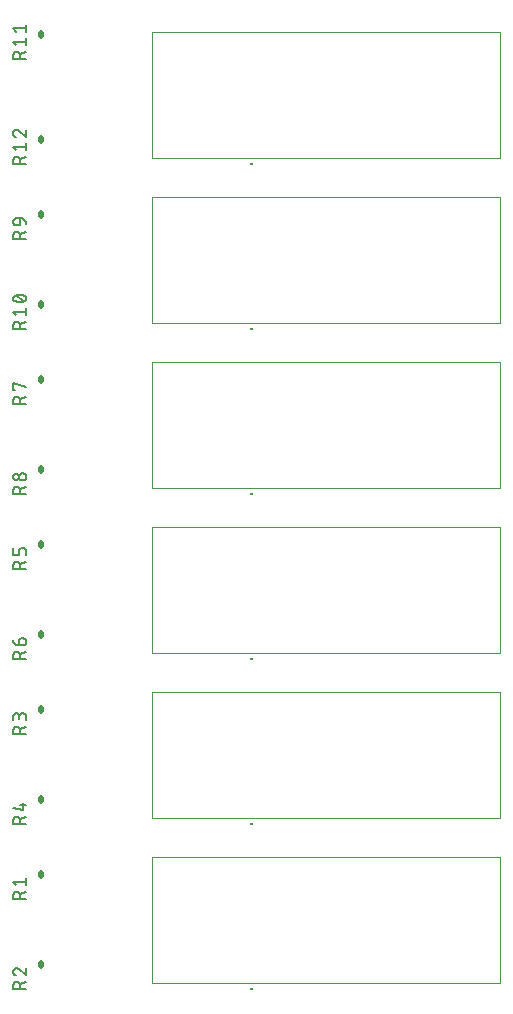
<source format=gbr>
G04 EAGLE Gerber RS-274X export*
G75*
%MOMM*%
%FSLAX34Y34*%
%LPD*%
%INSilkscreen Top*%
%IPPOS*%
%AMOC8*
5,1,8,0,0,1.08239X$1,22.5*%
G01*
%ADD10C,0.100000*%
%ADD11C,0.100000*%
%ADD12C,0.508000*%
%ADD13C,0.152400*%


D10*
X386070Y218450D02*
X680720Y218450D01*
X680720Y111750D01*
X386070Y111750D01*
X386070Y218450D01*
D11*
X469900Y107100D03*
D10*
X469856Y107098D01*
X469813Y107092D01*
X469771Y107083D01*
X469729Y107070D01*
X469689Y107053D01*
X469650Y107033D01*
X469613Y107010D01*
X469579Y106983D01*
X469546Y106954D01*
X469517Y106921D01*
X469490Y106887D01*
X469467Y106850D01*
X469447Y106811D01*
X469430Y106771D01*
X469417Y106729D01*
X469408Y106687D01*
X469402Y106644D01*
X469400Y106600D01*
X469402Y106556D01*
X469408Y106513D01*
X469417Y106471D01*
X469430Y106429D01*
X469447Y106389D01*
X469467Y106350D01*
X469490Y106313D01*
X469517Y106279D01*
X469546Y106246D01*
X469579Y106217D01*
X469613Y106190D01*
X469650Y106167D01*
X469689Y106147D01*
X469729Y106130D01*
X469771Y106117D01*
X469813Y106108D01*
X469856Y106102D01*
X469900Y106100D01*
D11*
X469900Y106100D03*
D10*
X469944Y106102D01*
X469987Y106108D01*
X470029Y106117D01*
X470071Y106130D01*
X470111Y106147D01*
X470150Y106167D01*
X470187Y106190D01*
X470221Y106217D01*
X470254Y106246D01*
X470283Y106279D01*
X470310Y106313D01*
X470333Y106350D01*
X470353Y106389D01*
X470370Y106429D01*
X470383Y106471D01*
X470392Y106513D01*
X470398Y106556D01*
X470400Y106600D01*
X470398Y106644D01*
X470392Y106687D01*
X470383Y106729D01*
X470370Y106771D01*
X470353Y106811D01*
X470333Y106850D01*
X470310Y106887D01*
X470283Y106921D01*
X470254Y106954D01*
X470221Y106983D01*
X470187Y107010D01*
X470150Y107033D01*
X470111Y107053D01*
X470071Y107070D01*
X470029Y107083D01*
X469987Y107092D01*
X469944Y107098D01*
X469900Y107100D01*
X386070Y358150D02*
X680720Y358150D01*
X680720Y251450D01*
X386070Y251450D01*
X386070Y358150D01*
D11*
X469900Y246800D03*
D10*
X469856Y246798D01*
X469813Y246792D01*
X469771Y246783D01*
X469729Y246770D01*
X469689Y246753D01*
X469650Y246733D01*
X469613Y246710D01*
X469579Y246683D01*
X469546Y246654D01*
X469517Y246621D01*
X469490Y246587D01*
X469467Y246550D01*
X469447Y246511D01*
X469430Y246471D01*
X469417Y246429D01*
X469408Y246387D01*
X469402Y246344D01*
X469400Y246300D01*
X469402Y246256D01*
X469408Y246213D01*
X469417Y246171D01*
X469430Y246129D01*
X469447Y246089D01*
X469467Y246050D01*
X469490Y246013D01*
X469517Y245979D01*
X469546Y245946D01*
X469579Y245917D01*
X469613Y245890D01*
X469650Y245867D01*
X469689Y245847D01*
X469729Y245830D01*
X469771Y245817D01*
X469813Y245808D01*
X469856Y245802D01*
X469900Y245800D01*
D11*
X469900Y245800D03*
D10*
X469944Y245802D01*
X469987Y245808D01*
X470029Y245817D01*
X470071Y245830D01*
X470111Y245847D01*
X470150Y245867D01*
X470187Y245890D01*
X470221Y245917D01*
X470254Y245946D01*
X470283Y245979D01*
X470310Y246013D01*
X470333Y246050D01*
X470353Y246089D01*
X470370Y246129D01*
X470383Y246171D01*
X470392Y246213D01*
X470398Y246256D01*
X470400Y246300D01*
X470398Y246344D01*
X470392Y246387D01*
X470383Y246429D01*
X470370Y246471D01*
X470353Y246511D01*
X470333Y246550D01*
X470310Y246587D01*
X470283Y246621D01*
X470254Y246654D01*
X470221Y246683D01*
X470187Y246710D01*
X470150Y246733D01*
X470111Y246753D01*
X470071Y246770D01*
X470029Y246783D01*
X469987Y246792D01*
X469944Y246798D01*
X469900Y246800D01*
X386070Y497850D02*
X680720Y497850D01*
X680720Y391150D01*
X386070Y391150D01*
X386070Y497850D01*
D11*
X469900Y386500D03*
D10*
X469856Y386498D01*
X469813Y386492D01*
X469771Y386483D01*
X469729Y386470D01*
X469689Y386453D01*
X469650Y386433D01*
X469613Y386410D01*
X469579Y386383D01*
X469546Y386354D01*
X469517Y386321D01*
X469490Y386287D01*
X469467Y386250D01*
X469447Y386211D01*
X469430Y386171D01*
X469417Y386129D01*
X469408Y386087D01*
X469402Y386044D01*
X469400Y386000D01*
X469402Y385956D01*
X469408Y385913D01*
X469417Y385871D01*
X469430Y385829D01*
X469447Y385789D01*
X469467Y385750D01*
X469490Y385713D01*
X469517Y385679D01*
X469546Y385646D01*
X469579Y385617D01*
X469613Y385590D01*
X469650Y385567D01*
X469689Y385547D01*
X469729Y385530D01*
X469771Y385517D01*
X469813Y385508D01*
X469856Y385502D01*
X469900Y385500D01*
D11*
X469900Y385500D03*
D10*
X469944Y385502D01*
X469987Y385508D01*
X470029Y385517D01*
X470071Y385530D01*
X470111Y385547D01*
X470150Y385567D01*
X470187Y385590D01*
X470221Y385617D01*
X470254Y385646D01*
X470283Y385679D01*
X470310Y385713D01*
X470333Y385750D01*
X470353Y385789D01*
X470370Y385829D01*
X470383Y385871D01*
X470392Y385913D01*
X470398Y385956D01*
X470400Y386000D01*
X470398Y386044D01*
X470392Y386087D01*
X470383Y386129D01*
X470370Y386171D01*
X470353Y386211D01*
X470333Y386250D01*
X470310Y386287D01*
X470283Y386321D01*
X470254Y386354D01*
X470221Y386383D01*
X470187Y386410D01*
X470150Y386433D01*
X470111Y386453D01*
X470071Y386470D01*
X470029Y386483D01*
X469987Y386492D01*
X469944Y386498D01*
X469900Y386500D01*
X386070Y637550D02*
X680720Y637550D01*
X680720Y530850D01*
X386070Y530850D01*
X386070Y637550D01*
D11*
X469900Y526200D03*
D10*
X469856Y526198D01*
X469813Y526192D01*
X469771Y526183D01*
X469729Y526170D01*
X469689Y526153D01*
X469650Y526133D01*
X469613Y526110D01*
X469579Y526083D01*
X469546Y526054D01*
X469517Y526021D01*
X469490Y525987D01*
X469467Y525950D01*
X469447Y525911D01*
X469430Y525871D01*
X469417Y525829D01*
X469408Y525787D01*
X469402Y525744D01*
X469400Y525700D01*
X469402Y525656D01*
X469408Y525613D01*
X469417Y525571D01*
X469430Y525529D01*
X469447Y525489D01*
X469467Y525450D01*
X469490Y525413D01*
X469517Y525379D01*
X469546Y525346D01*
X469579Y525317D01*
X469613Y525290D01*
X469650Y525267D01*
X469689Y525247D01*
X469729Y525230D01*
X469771Y525217D01*
X469813Y525208D01*
X469856Y525202D01*
X469900Y525200D01*
D11*
X469900Y525200D03*
D10*
X469944Y525202D01*
X469987Y525208D01*
X470029Y525217D01*
X470071Y525230D01*
X470111Y525247D01*
X470150Y525267D01*
X470187Y525290D01*
X470221Y525317D01*
X470254Y525346D01*
X470283Y525379D01*
X470310Y525413D01*
X470333Y525450D01*
X470353Y525489D01*
X470370Y525529D01*
X470383Y525571D01*
X470392Y525613D01*
X470398Y525656D01*
X470400Y525700D01*
X470398Y525744D01*
X470392Y525787D01*
X470383Y525829D01*
X470370Y525871D01*
X470353Y525911D01*
X470333Y525950D01*
X470310Y525987D01*
X470283Y526021D01*
X470254Y526054D01*
X470221Y526083D01*
X470187Y526110D01*
X470150Y526133D01*
X470111Y526153D01*
X470071Y526170D01*
X470029Y526183D01*
X469987Y526192D01*
X469944Y526198D01*
X469900Y526200D01*
X386070Y777250D02*
X680720Y777250D01*
X680720Y670550D01*
X386070Y670550D01*
X386070Y777250D01*
D11*
X469900Y665900D03*
D10*
X469856Y665898D01*
X469813Y665892D01*
X469771Y665883D01*
X469729Y665870D01*
X469689Y665853D01*
X469650Y665833D01*
X469613Y665810D01*
X469579Y665783D01*
X469546Y665754D01*
X469517Y665721D01*
X469490Y665687D01*
X469467Y665650D01*
X469447Y665611D01*
X469430Y665571D01*
X469417Y665529D01*
X469408Y665487D01*
X469402Y665444D01*
X469400Y665400D01*
X469402Y665356D01*
X469408Y665313D01*
X469417Y665271D01*
X469430Y665229D01*
X469447Y665189D01*
X469467Y665150D01*
X469490Y665113D01*
X469517Y665079D01*
X469546Y665046D01*
X469579Y665017D01*
X469613Y664990D01*
X469650Y664967D01*
X469689Y664947D01*
X469729Y664930D01*
X469771Y664917D01*
X469813Y664908D01*
X469856Y664902D01*
X469900Y664900D01*
D11*
X469900Y664900D03*
D10*
X469944Y664902D01*
X469987Y664908D01*
X470029Y664917D01*
X470071Y664930D01*
X470111Y664947D01*
X470150Y664967D01*
X470187Y664990D01*
X470221Y665017D01*
X470254Y665046D01*
X470283Y665079D01*
X470310Y665113D01*
X470333Y665150D01*
X470353Y665189D01*
X470370Y665229D01*
X470383Y665271D01*
X470392Y665313D01*
X470398Y665356D01*
X470400Y665400D01*
X470398Y665444D01*
X470392Y665487D01*
X470383Y665529D01*
X470370Y665571D01*
X470353Y665611D01*
X470333Y665650D01*
X470310Y665687D01*
X470283Y665721D01*
X470254Y665754D01*
X470221Y665783D01*
X470187Y665810D01*
X470150Y665833D01*
X470111Y665853D01*
X470071Y665870D01*
X470029Y665883D01*
X469987Y665892D01*
X469944Y665898D01*
X469900Y665900D01*
X386070Y916950D02*
X680720Y916950D01*
X680720Y810250D01*
X386070Y810250D01*
X386070Y916950D01*
D11*
X469900Y805600D03*
D10*
X469856Y805598D01*
X469813Y805592D01*
X469771Y805583D01*
X469729Y805570D01*
X469689Y805553D01*
X469650Y805533D01*
X469613Y805510D01*
X469579Y805483D01*
X469546Y805454D01*
X469517Y805421D01*
X469490Y805387D01*
X469467Y805350D01*
X469447Y805311D01*
X469430Y805271D01*
X469417Y805229D01*
X469408Y805187D01*
X469402Y805144D01*
X469400Y805100D01*
X469402Y805056D01*
X469408Y805013D01*
X469417Y804971D01*
X469430Y804929D01*
X469447Y804889D01*
X469467Y804850D01*
X469490Y804813D01*
X469517Y804779D01*
X469546Y804746D01*
X469579Y804717D01*
X469613Y804690D01*
X469650Y804667D01*
X469689Y804647D01*
X469729Y804630D01*
X469771Y804617D01*
X469813Y804608D01*
X469856Y804602D01*
X469900Y804600D01*
D11*
X469900Y804600D03*
D10*
X469944Y804602D01*
X469987Y804608D01*
X470029Y804617D01*
X470071Y804630D01*
X470111Y804647D01*
X470150Y804667D01*
X470187Y804690D01*
X470221Y804717D01*
X470254Y804746D01*
X470283Y804779D01*
X470310Y804813D01*
X470333Y804850D01*
X470353Y804889D01*
X470370Y804929D01*
X470383Y804971D01*
X470392Y805013D01*
X470398Y805056D01*
X470400Y805100D01*
X470398Y805144D01*
X470392Y805187D01*
X470383Y805229D01*
X470370Y805271D01*
X470353Y805311D01*
X470333Y805350D01*
X470310Y805387D01*
X470283Y805421D01*
X470254Y805454D01*
X470221Y805483D01*
X470187Y805510D01*
X470150Y805533D01*
X470111Y805553D01*
X470071Y805570D01*
X470029Y805583D01*
X469987Y805592D01*
X469944Y805598D01*
X469900Y805600D01*
D12*
X292100Y204470D02*
X292100Y201930D01*
D13*
X279654Y182626D02*
X268478Y182626D01*
X268478Y185730D01*
X268480Y185841D01*
X268486Y185951D01*
X268496Y186062D01*
X268510Y186172D01*
X268527Y186281D01*
X268549Y186390D01*
X268574Y186498D01*
X268604Y186604D01*
X268637Y186710D01*
X268674Y186815D01*
X268714Y186918D01*
X268759Y187019D01*
X268806Y187119D01*
X268858Y187218D01*
X268913Y187314D01*
X268971Y187408D01*
X269032Y187500D01*
X269097Y187590D01*
X269165Y187678D01*
X269236Y187763D01*
X269310Y187845D01*
X269387Y187925D01*
X269467Y188002D01*
X269549Y188076D01*
X269634Y188147D01*
X269722Y188215D01*
X269812Y188280D01*
X269904Y188341D01*
X269998Y188399D01*
X270094Y188454D01*
X270193Y188506D01*
X270293Y188553D01*
X270394Y188598D01*
X270497Y188638D01*
X270602Y188675D01*
X270708Y188708D01*
X270814Y188738D01*
X270922Y188763D01*
X271031Y188785D01*
X271140Y188802D01*
X271250Y188816D01*
X271361Y188826D01*
X271471Y188832D01*
X271582Y188834D01*
X271693Y188832D01*
X271803Y188826D01*
X271914Y188816D01*
X272024Y188802D01*
X272133Y188785D01*
X272242Y188763D01*
X272350Y188738D01*
X272456Y188708D01*
X272562Y188675D01*
X272667Y188638D01*
X272770Y188598D01*
X272871Y188553D01*
X272971Y188506D01*
X273070Y188454D01*
X273166Y188399D01*
X273260Y188341D01*
X273352Y188280D01*
X273442Y188215D01*
X273530Y188147D01*
X273615Y188076D01*
X273697Y188002D01*
X273777Y187925D01*
X273854Y187845D01*
X273928Y187763D01*
X273999Y187678D01*
X274067Y187590D01*
X274132Y187500D01*
X274193Y187408D01*
X274251Y187314D01*
X274306Y187218D01*
X274358Y187119D01*
X274405Y187019D01*
X274450Y186918D01*
X274490Y186815D01*
X274527Y186710D01*
X274560Y186604D01*
X274590Y186498D01*
X274615Y186390D01*
X274637Y186281D01*
X274654Y186172D01*
X274668Y186062D01*
X274678Y185951D01*
X274684Y185841D01*
X274686Y185730D01*
X274687Y185730D02*
X274687Y182626D01*
X274687Y186351D02*
X279654Y188835D01*
X270962Y193964D02*
X268478Y197068D01*
X279654Y197068D01*
X279654Y193964D02*
X279654Y200173D01*
D12*
X292100Y684530D02*
X292100Y687070D01*
D13*
X279654Y665226D02*
X268478Y665226D01*
X268478Y668330D01*
X268480Y668441D01*
X268486Y668551D01*
X268496Y668662D01*
X268510Y668772D01*
X268527Y668881D01*
X268549Y668990D01*
X268574Y669098D01*
X268604Y669204D01*
X268637Y669310D01*
X268674Y669415D01*
X268714Y669518D01*
X268759Y669619D01*
X268806Y669719D01*
X268858Y669818D01*
X268913Y669914D01*
X268971Y670008D01*
X269032Y670100D01*
X269097Y670190D01*
X269165Y670278D01*
X269236Y670363D01*
X269310Y670445D01*
X269387Y670525D01*
X269467Y670602D01*
X269549Y670676D01*
X269634Y670747D01*
X269722Y670815D01*
X269812Y670880D01*
X269904Y670941D01*
X269998Y670999D01*
X270094Y671054D01*
X270193Y671106D01*
X270293Y671153D01*
X270394Y671198D01*
X270497Y671238D01*
X270602Y671275D01*
X270708Y671308D01*
X270814Y671338D01*
X270922Y671363D01*
X271031Y671385D01*
X271140Y671402D01*
X271250Y671416D01*
X271361Y671426D01*
X271471Y671432D01*
X271582Y671434D01*
X271693Y671432D01*
X271803Y671426D01*
X271914Y671416D01*
X272024Y671402D01*
X272133Y671385D01*
X272242Y671363D01*
X272350Y671338D01*
X272456Y671308D01*
X272562Y671275D01*
X272667Y671238D01*
X272770Y671198D01*
X272871Y671153D01*
X272971Y671106D01*
X273070Y671054D01*
X273166Y670999D01*
X273260Y670941D01*
X273352Y670880D01*
X273442Y670815D01*
X273530Y670747D01*
X273615Y670676D01*
X273697Y670602D01*
X273777Y670525D01*
X273854Y670445D01*
X273928Y670363D01*
X273999Y670278D01*
X274067Y670190D01*
X274132Y670100D01*
X274193Y670008D01*
X274251Y669914D01*
X274306Y669818D01*
X274358Y669719D01*
X274405Y669619D01*
X274450Y669518D01*
X274490Y669415D01*
X274527Y669310D01*
X274560Y669204D01*
X274590Y669098D01*
X274615Y668990D01*
X274637Y668881D01*
X274654Y668772D01*
X274668Y668662D01*
X274678Y668551D01*
X274684Y668441D01*
X274686Y668330D01*
X274687Y668330D02*
X274687Y665226D01*
X274687Y668951D02*
X279654Y671435D01*
X270962Y676564D02*
X268478Y679668D01*
X279654Y679668D01*
X279654Y676564D02*
X279654Y682773D01*
X274066Y687994D02*
X273846Y687997D01*
X273626Y688004D01*
X273407Y688018D01*
X273188Y688036D01*
X272969Y688060D01*
X272751Y688088D01*
X272534Y688122D01*
X272318Y688161D01*
X272102Y688206D01*
X271888Y688255D01*
X271675Y688310D01*
X271463Y688369D01*
X271253Y688434D01*
X271045Y688504D01*
X270838Y688578D01*
X270633Y688658D01*
X270430Y688742D01*
X270229Y688831D01*
X270030Y688925D01*
X269941Y688958D01*
X269853Y688994D01*
X269767Y689034D01*
X269682Y689077D01*
X269600Y689124D01*
X269519Y689175D01*
X269441Y689228D01*
X269365Y689285D01*
X269291Y689345D01*
X269220Y689408D01*
X269151Y689473D01*
X269085Y689542D01*
X269023Y689613D01*
X268963Y689687D01*
X268906Y689763D01*
X268852Y689841D01*
X268802Y689922D01*
X268755Y690004D01*
X268712Y690089D01*
X268672Y690175D01*
X268635Y690263D01*
X268603Y690352D01*
X268574Y690442D01*
X268548Y690534D01*
X268527Y690626D01*
X268509Y690720D01*
X268496Y690814D01*
X268486Y690908D01*
X268480Y691003D01*
X268478Y691098D01*
X268480Y691193D01*
X268486Y691288D01*
X268496Y691382D01*
X268509Y691476D01*
X268527Y691570D01*
X268548Y691662D01*
X268574Y691754D01*
X268603Y691844D01*
X268635Y691933D01*
X268672Y692021D01*
X268712Y692107D01*
X268755Y692192D01*
X268802Y692274D01*
X268852Y692355D01*
X268906Y692433D01*
X268963Y692509D01*
X269023Y692583D01*
X269085Y692654D01*
X269151Y692723D01*
X269220Y692788D01*
X269291Y692851D01*
X269365Y692911D01*
X269441Y692968D01*
X269519Y693021D01*
X269600Y693072D01*
X269683Y693119D01*
X269767Y693162D01*
X269853Y693202D01*
X269941Y693238D01*
X270030Y693271D01*
X270030Y693272D02*
X270229Y693366D01*
X270430Y693455D01*
X270633Y693539D01*
X270838Y693619D01*
X271045Y693693D01*
X271253Y693763D01*
X271463Y693828D01*
X271675Y693887D01*
X271888Y693942D01*
X272102Y693991D01*
X272318Y694036D01*
X272534Y694075D01*
X272751Y694109D01*
X272969Y694137D01*
X273188Y694161D01*
X273407Y694179D01*
X273626Y694193D01*
X273846Y694200D01*
X274066Y694203D01*
X274066Y687994D02*
X274286Y687997D01*
X274506Y688004D01*
X274725Y688018D01*
X274944Y688036D01*
X275163Y688060D01*
X275381Y688088D01*
X275598Y688122D01*
X275814Y688161D01*
X276030Y688206D01*
X276244Y688255D01*
X276457Y688310D01*
X276669Y688369D01*
X276879Y688434D01*
X277087Y688504D01*
X277294Y688578D01*
X277499Y688658D01*
X277702Y688742D01*
X277903Y688831D01*
X278102Y688925D01*
X278191Y688958D01*
X278279Y688994D01*
X278365Y689034D01*
X278450Y689077D01*
X278532Y689124D01*
X278613Y689175D01*
X278691Y689228D01*
X278767Y689285D01*
X278841Y689345D01*
X278912Y689408D01*
X278981Y689473D01*
X279047Y689542D01*
X279109Y689613D01*
X279169Y689687D01*
X279226Y689763D01*
X279280Y689841D01*
X279330Y689922D01*
X279377Y690004D01*
X279420Y690089D01*
X279460Y690175D01*
X279497Y690263D01*
X279529Y690352D01*
X279558Y690442D01*
X279584Y690534D01*
X279605Y690626D01*
X279623Y690720D01*
X279636Y690814D01*
X279646Y690908D01*
X279652Y691003D01*
X279654Y691098D01*
X278102Y693272D02*
X277903Y693366D01*
X277702Y693455D01*
X277499Y693539D01*
X277294Y693619D01*
X277087Y693693D01*
X276879Y693763D01*
X276669Y693828D01*
X276457Y693887D01*
X276244Y693942D01*
X276030Y693991D01*
X275814Y694036D01*
X275598Y694075D01*
X275381Y694109D01*
X275163Y694137D01*
X274944Y694161D01*
X274725Y694179D01*
X274506Y694193D01*
X274286Y694200D01*
X274066Y694203D01*
X278102Y693271D02*
X278191Y693238D01*
X278279Y693202D01*
X278365Y693162D01*
X278450Y693119D01*
X278532Y693072D01*
X278613Y693021D01*
X278691Y692968D01*
X278767Y692911D01*
X278841Y692851D01*
X278912Y692788D01*
X278981Y692723D01*
X279047Y692654D01*
X279109Y692583D01*
X279169Y692509D01*
X279226Y692433D01*
X279280Y692355D01*
X279330Y692274D01*
X279377Y692192D01*
X279420Y692107D01*
X279460Y692021D01*
X279497Y691933D01*
X279529Y691844D01*
X279558Y691754D01*
X279584Y691662D01*
X279605Y691570D01*
X279623Y691476D01*
X279636Y691382D01*
X279646Y691288D01*
X279652Y691193D01*
X279654Y691098D01*
X277170Y688615D02*
X270962Y693582D01*
D12*
X292100Y913130D02*
X292100Y915670D01*
D13*
X279654Y893826D02*
X268478Y893826D01*
X268478Y896930D01*
X268480Y897041D01*
X268486Y897151D01*
X268496Y897262D01*
X268510Y897372D01*
X268527Y897481D01*
X268549Y897590D01*
X268574Y897698D01*
X268604Y897804D01*
X268637Y897910D01*
X268674Y898015D01*
X268714Y898118D01*
X268759Y898219D01*
X268806Y898319D01*
X268858Y898418D01*
X268913Y898514D01*
X268971Y898608D01*
X269032Y898700D01*
X269097Y898790D01*
X269165Y898878D01*
X269236Y898963D01*
X269310Y899045D01*
X269387Y899125D01*
X269467Y899202D01*
X269549Y899276D01*
X269634Y899347D01*
X269722Y899415D01*
X269812Y899480D01*
X269904Y899541D01*
X269998Y899599D01*
X270094Y899654D01*
X270193Y899706D01*
X270293Y899753D01*
X270394Y899798D01*
X270497Y899838D01*
X270602Y899875D01*
X270708Y899908D01*
X270814Y899938D01*
X270922Y899963D01*
X271031Y899985D01*
X271140Y900002D01*
X271250Y900016D01*
X271361Y900026D01*
X271471Y900032D01*
X271582Y900034D01*
X271693Y900032D01*
X271803Y900026D01*
X271914Y900016D01*
X272024Y900002D01*
X272133Y899985D01*
X272242Y899963D01*
X272350Y899938D01*
X272456Y899908D01*
X272562Y899875D01*
X272667Y899838D01*
X272770Y899798D01*
X272871Y899753D01*
X272971Y899706D01*
X273070Y899654D01*
X273166Y899599D01*
X273260Y899541D01*
X273352Y899480D01*
X273442Y899415D01*
X273530Y899347D01*
X273615Y899276D01*
X273697Y899202D01*
X273777Y899125D01*
X273854Y899045D01*
X273928Y898963D01*
X273999Y898878D01*
X274067Y898790D01*
X274132Y898700D01*
X274193Y898608D01*
X274251Y898514D01*
X274306Y898418D01*
X274358Y898319D01*
X274405Y898219D01*
X274450Y898118D01*
X274490Y898015D01*
X274527Y897910D01*
X274560Y897804D01*
X274590Y897698D01*
X274615Y897590D01*
X274637Y897481D01*
X274654Y897372D01*
X274668Y897262D01*
X274678Y897151D01*
X274684Y897041D01*
X274686Y896930D01*
X274687Y896930D02*
X274687Y893826D01*
X274687Y897551D02*
X279654Y900035D01*
X270962Y905164D02*
X268478Y908268D01*
X279654Y908268D01*
X279654Y905164D02*
X279654Y911373D01*
X270962Y916594D02*
X268478Y919698D01*
X279654Y919698D01*
X279654Y916594D02*
X279654Y922803D01*
D12*
X292100Y826770D02*
X292100Y824230D01*
D13*
X279654Y804926D02*
X268478Y804926D01*
X268478Y808030D01*
X268480Y808141D01*
X268486Y808251D01*
X268496Y808362D01*
X268510Y808472D01*
X268527Y808581D01*
X268549Y808690D01*
X268574Y808798D01*
X268604Y808904D01*
X268637Y809010D01*
X268674Y809115D01*
X268714Y809218D01*
X268759Y809319D01*
X268806Y809419D01*
X268858Y809518D01*
X268913Y809614D01*
X268971Y809708D01*
X269032Y809800D01*
X269097Y809890D01*
X269165Y809978D01*
X269236Y810063D01*
X269310Y810145D01*
X269387Y810225D01*
X269467Y810302D01*
X269549Y810376D01*
X269634Y810447D01*
X269722Y810515D01*
X269812Y810580D01*
X269904Y810641D01*
X269998Y810699D01*
X270094Y810754D01*
X270193Y810806D01*
X270293Y810853D01*
X270394Y810898D01*
X270497Y810938D01*
X270602Y810975D01*
X270708Y811008D01*
X270814Y811038D01*
X270922Y811063D01*
X271031Y811085D01*
X271140Y811102D01*
X271250Y811116D01*
X271361Y811126D01*
X271471Y811132D01*
X271582Y811134D01*
X271693Y811132D01*
X271803Y811126D01*
X271914Y811116D01*
X272024Y811102D01*
X272133Y811085D01*
X272242Y811063D01*
X272350Y811038D01*
X272456Y811008D01*
X272562Y810975D01*
X272667Y810938D01*
X272770Y810898D01*
X272871Y810853D01*
X272971Y810806D01*
X273070Y810754D01*
X273166Y810699D01*
X273260Y810641D01*
X273352Y810580D01*
X273442Y810515D01*
X273530Y810447D01*
X273615Y810376D01*
X273697Y810302D01*
X273777Y810225D01*
X273854Y810145D01*
X273928Y810063D01*
X273999Y809978D01*
X274067Y809890D01*
X274132Y809800D01*
X274193Y809708D01*
X274251Y809614D01*
X274306Y809518D01*
X274358Y809419D01*
X274405Y809319D01*
X274450Y809218D01*
X274490Y809115D01*
X274527Y809010D01*
X274560Y808904D01*
X274590Y808798D01*
X274615Y808690D01*
X274637Y808581D01*
X274654Y808472D01*
X274668Y808362D01*
X274678Y808251D01*
X274684Y808141D01*
X274686Y808030D01*
X274687Y808030D02*
X274687Y804926D01*
X274687Y808651D02*
X279654Y811135D01*
X270962Y816264D02*
X268478Y819368D01*
X279654Y819368D01*
X279654Y816264D02*
X279654Y822473D01*
X268478Y831109D02*
X268480Y831213D01*
X268486Y831318D01*
X268496Y831422D01*
X268509Y831525D01*
X268527Y831628D01*
X268548Y831731D01*
X268573Y831832D01*
X268602Y831933D01*
X268635Y832032D01*
X268671Y832130D01*
X268711Y832226D01*
X268755Y832321D01*
X268802Y832415D01*
X268852Y832506D01*
X268906Y832595D01*
X268963Y832683D01*
X269024Y832768D01*
X269088Y832851D01*
X269154Y832931D01*
X269224Y833009D01*
X269296Y833085D01*
X269372Y833157D01*
X269450Y833227D01*
X269530Y833293D01*
X269613Y833357D01*
X269698Y833418D01*
X269786Y833475D01*
X269875Y833529D01*
X269966Y833579D01*
X270060Y833626D01*
X270155Y833670D01*
X270251Y833710D01*
X270349Y833746D01*
X270448Y833779D01*
X270549Y833808D01*
X270650Y833833D01*
X270753Y833854D01*
X270856Y833872D01*
X270959Y833885D01*
X271063Y833895D01*
X271168Y833901D01*
X271272Y833903D01*
X268478Y831109D02*
X268480Y830990D01*
X268486Y830872D01*
X268496Y830753D01*
X268509Y830635D01*
X268527Y830518D01*
X268549Y830401D01*
X268574Y830285D01*
X268603Y830170D01*
X268636Y830055D01*
X268673Y829942D01*
X268713Y829831D01*
X268757Y829720D01*
X268805Y829612D01*
X268856Y829505D01*
X268911Y829399D01*
X268970Y829296D01*
X269031Y829194D01*
X269096Y829095D01*
X269165Y828997D01*
X269236Y828903D01*
X269311Y828810D01*
X269388Y828720D01*
X269469Y828633D01*
X269552Y828548D01*
X269638Y828466D01*
X269727Y828387D01*
X269818Y828311D01*
X269912Y828238D01*
X270008Y828169D01*
X270107Y828102D01*
X270207Y828039D01*
X270310Y827979D01*
X270414Y827922D01*
X270521Y827870D01*
X270629Y827820D01*
X270738Y827774D01*
X270850Y827732D01*
X270962Y827694D01*
X273445Y832972D02*
X273371Y833047D01*
X273294Y833119D01*
X273215Y833189D01*
X273133Y833256D01*
X273049Y833320D01*
X272963Y833381D01*
X272875Y833439D01*
X272784Y833494D01*
X272692Y833546D01*
X272598Y833594D01*
X272503Y833639D01*
X272405Y833681D01*
X272307Y833719D01*
X272207Y833754D01*
X272106Y833785D01*
X272004Y833812D01*
X271901Y833836D01*
X271798Y833857D01*
X271693Y833873D01*
X271588Y833886D01*
X271483Y833896D01*
X271378Y833901D01*
X271272Y833903D01*
X273445Y832972D02*
X279654Y827694D01*
X279654Y833903D01*
D12*
X292100Y128270D02*
X292100Y125730D01*
D13*
X279654Y106426D02*
X268478Y106426D01*
X268478Y109530D01*
X268480Y109641D01*
X268486Y109751D01*
X268496Y109862D01*
X268510Y109972D01*
X268527Y110081D01*
X268549Y110190D01*
X268574Y110298D01*
X268604Y110404D01*
X268637Y110510D01*
X268674Y110615D01*
X268714Y110718D01*
X268759Y110819D01*
X268806Y110919D01*
X268858Y111018D01*
X268913Y111114D01*
X268971Y111208D01*
X269032Y111300D01*
X269097Y111390D01*
X269165Y111478D01*
X269236Y111563D01*
X269310Y111645D01*
X269387Y111725D01*
X269467Y111802D01*
X269549Y111876D01*
X269634Y111947D01*
X269722Y112015D01*
X269812Y112080D01*
X269904Y112141D01*
X269998Y112199D01*
X270094Y112254D01*
X270193Y112306D01*
X270293Y112353D01*
X270394Y112398D01*
X270497Y112438D01*
X270602Y112475D01*
X270708Y112508D01*
X270814Y112538D01*
X270922Y112563D01*
X271031Y112585D01*
X271140Y112602D01*
X271250Y112616D01*
X271361Y112626D01*
X271471Y112632D01*
X271582Y112634D01*
X271693Y112632D01*
X271803Y112626D01*
X271914Y112616D01*
X272024Y112602D01*
X272133Y112585D01*
X272242Y112563D01*
X272350Y112538D01*
X272456Y112508D01*
X272562Y112475D01*
X272667Y112438D01*
X272770Y112398D01*
X272871Y112353D01*
X272971Y112306D01*
X273070Y112254D01*
X273166Y112199D01*
X273260Y112141D01*
X273352Y112080D01*
X273442Y112015D01*
X273530Y111947D01*
X273615Y111876D01*
X273697Y111802D01*
X273777Y111725D01*
X273854Y111645D01*
X273928Y111563D01*
X273999Y111478D01*
X274067Y111390D01*
X274132Y111300D01*
X274193Y111208D01*
X274251Y111114D01*
X274306Y111018D01*
X274358Y110919D01*
X274405Y110819D01*
X274450Y110718D01*
X274490Y110615D01*
X274527Y110510D01*
X274560Y110404D01*
X274590Y110298D01*
X274615Y110190D01*
X274637Y110081D01*
X274654Y109972D01*
X274668Y109862D01*
X274678Y109751D01*
X274684Y109641D01*
X274686Y109530D01*
X274687Y109530D02*
X274687Y106426D01*
X274687Y110151D02*
X279654Y112635D01*
X268478Y121179D02*
X268480Y121283D01*
X268486Y121388D01*
X268496Y121492D01*
X268509Y121595D01*
X268527Y121698D01*
X268548Y121801D01*
X268573Y121902D01*
X268602Y122003D01*
X268635Y122102D01*
X268671Y122200D01*
X268711Y122296D01*
X268755Y122391D01*
X268802Y122485D01*
X268852Y122576D01*
X268906Y122665D01*
X268963Y122753D01*
X269024Y122838D01*
X269088Y122921D01*
X269154Y123001D01*
X269224Y123079D01*
X269296Y123155D01*
X269372Y123227D01*
X269450Y123297D01*
X269530Y123363D01*
X269613Y123427D01*
X269698Y123488D01*
X269786Y123545D01*
X269875Y123599D01*
X269966Y123649D01*
X270060Y123696D01*
X270155Y123740D01*
X270251Y123780D01*
X270349Y123816D01*
X270448Y123849D01*
X270549Y123878D01*
X270650Y123903D01*
X270753Y123924D01*
X270856Y123942D01*
X270959Y123955D01*
X271063Y123965D01*
X271168Y123971D01*
X271272Y123973D01*
X268478Y121179D02*
X268480Y121060D01*
X268486Y120942D01*
X268496Y120823D01*
X268509Y120705D01*
X268527Y120588D01*
X268549Y120471D01*
X268574Y120355D01*
X268603Y120240D01*
X268636Y120125D01*
X268673Y120012D01*
X268713Y119901D01*
X268757Y119790D01*
X268805Y119682D01*
X268856Y119575D01*
X268911Y119469D01*
X268970Y119366D01*
X269031Y119264D01*
X269096Y119165D01*
X269165Y119067D01*
X269236Y118973D01*
X269311Y118880D01*
X269388Y118790D01*
X269469Y118703D01*
X269552Y118618D01*
X269638Y118536D01*
X269727Y118457D01*
X269818Y118381D01*
X269912Y118308D01*
X270008Y118239D01*
X270107Y118172D01*
X270207Y118109D01*
X270310Y118049D01*
X270414Y117992D01*
X270521Y117940D01*
X270629Y117890D01*
X270738Y117844D01*
X270850Y117802D01*
X270962Y117764D01*
X273445Y123042D02*
X273371Y123117D01*
X273294Y123189D01*
X273215Y123259D01*
X273133Y123326D01*
X273049Y123390D01*
X272963Y123451D01*
X272875Y123509D01*
X272784Y123564D01*
X272692Y123616D01*
X272598Y123664D01*
X272503Y123709D01*
X272405Y123751D01*
X272307Y123789D01*
X272207Y123824D01*
X272106Y123855D01*
X272004Y123882D01*
X271901Y123906D01*
X271798Y123927D01*
X271693Y123943D01*
X271588Y123956D01*
X271483Y123966D01*
X271378Y123971D01*
X271272Y123973D01*
X273445Y123042D02*
X279654Y117764D01*
X279654Y123973D01*
D12*
X292100Y341630D02*
X292100Y344170D01*
D13*
X279654Y322326D02*
X268478Y322326D01*
X268478Y325430D01*
X268480Y325541D01*
X268486Y325651D01*
X268496Y325762D01*
X268510Y325872D01*
X268527Y325981D01*
X268549Y326090D01*
X268574Y326198D01*
X268604Y326304D01*
X268637Y326410D01*
X268674Y326515D01*
X268714Y326618D01*
X268759Y326719D01*
X268806Y326819D01*
X268858Y326918D01*
X268913Y327014D01*
X268971Y327108D01*
X269032Y327200D01*
X269097Y327290D01*
X269165Y327378D01*
X269236Y327463D01*
X269310Y327545D01*
X269387Y327625D01*
X269467Y327702D01*
X269549Y327776D01*
X269634Y327847D01*
X269722Y327915D01*
X269812Y327980D01*
X269904Y328041D01*
X269998Y328099D01*
X270094Y328154D01*
X270193Y328206D01*
X270293Y328253D01*
X270394Y328298D01*
X270497Y328338D01*
X270602Y328375D01*
X270708Y328408D01*
X270814Y328438D01*
X270922Y328463D01*
X271031Y328485D01*
X271140Y328502D01*
X271250Y328516D01*
X271361Y328526D01*
X271471Y328532D01*
X271582Y328534D01*
X271693Y328532D01*
X271803Y328526D01*
X271914Y328516D01*
X272024Y328502D01*
X272133Y328485D01*
X272242Y328463D01*
X272350Y328438D01*
X272456Y328408D01*
X272562Y328375D01*
X272667Y328338D01*
X272770Y328298D01*
X272871Y328253D01*
X272971Y328206D01*
X273070Y328154D01*
X273166Y328099D01*
X273260Y328041D01*
X273352Y327980D01*
X273442Y327915D01*
X273530Y327847D01*
X273615Y327776D01*
X273697Y327702D01*
X273777Y327625D01*
X273854Y327545D01*
X273928Y327463D01*
X273999Y327378D01*
X274067Y327290D01*
X274132Y327200D01*
X274193Y327108D01*
X274251Y327014D01*
X274306Y326918D01*
X274358Y326819D01*
X274405Y326719D01*
X274450Y326618D01*
X274490Y326515D01*
X274527Y326410D01*
X274560Y326304D01*
X274590Y326198D01*
X274615Y326090D01*
X274637Y325981D01*
X274654Y325872D01*
X274668Y325762D01*
X274678Y325651D01*
X274684Y325541D01*
X274686Y325430D01*
X274687Y325430D02*
X274687Y322326D01*
X274687Y326051D02*
X279654Y328535D01*
X279654Y333664D02*
X279654Y336768D01*
X279652Y336879D01*
X279646Y336989D01*
X279636Y337100D01*
X279622Y337210D01*
X279605Y337319D01*
X279583Y337428D01*
X279558Y337536D01*
X279528Y337642D01*
X279495Y337748D01*
X279458Y337853D01*
X279418Y337956D01*
X279373Y338057D01*
X279326Y338157D01*
X279274Y338256D01*
X279219Y338352D01*
X279161Y338446D01*
X279100Y338538D01*
X279035Y338628D01*
X278967Y338716D01*
X278896Y338801D01*
X278822Y338883D01*
X278745Y338963D01*
X278665Y339040D01*
X278583Y339114D01*
X278498Y339185D01*
X278410Y339253D01*
X278320Y339318D01*
X278228Y339379D01*
X278134Y339437D01*
X278038Y339492D01*
X277939Y339544D01*
X277839Y339591D01*
X277738Y339636D01*
X277635Y339676D01*
X277530Y339713D01*
X277424Y339746D01*
X277318Y339776D01*
X277210Y339801D01*
X277101Y339823D01*
X276992Y339840D01*
X276882Y339854D01*
X276771Y339864D01*
X276661Y339870D01*
X276550Y339872D01*
X276439Y339870D01*
X276329Y339864D01*
X276218Y339854D01*
X276108Y339840D01*
X275999Y339823D01*
X275890Y339801D01*
X275782Y339776D01*
X275676Y339746D01*
X275570Y339713D01*
X275465Y339676D01*
X275362Y339636D01*
X275261Y339591D01*
X275161Y339544D01*
X275062Y339492D01*
X274966Y339437D01*
X274872Y339379D01*
X274780Y339318D01*
X274690Y339253D01*
X274602Y339185D01*
X274517Y339114D01*
X274435Y339040D01*
X274355Y338963D01*
X274278Y338883D01*
X274204Y338801D01*
X274133Y338716D01*
X274065Y338628D01*
X274000Y338538D01*
X273939Y338446D01*
X273881Y338352D01*
X273826Y338256D01*
X273774Y338157D01*
X273727Y338057D01*
X273682Y337956D01*
X273642Y337853D01*
X273605Y337748D01*
X273572Y337642D01*
X273542Y337536D01*
X273517Y337428D01*
X273495Y337319D01*
X273478Y337210D01*
X273464Y337100D01*
X273454Y336989D01*
X273448Y336879D01*
X273446Y336768D01*
X268478Y337389D02*
X268478Y333664D01*
X268478Y337389D02*
X268480Y337488D01*
X268486Y337586D01*
X268496Y337685D01*
X268509Y337782D01*
X268527Y337880D01*
X268548Y337976D01*
X268574Y338072D01*
X268603Y338166D01*
X268635Y338259D01*
X268672Y338351D01*
X268712Y338441D01*
X268756Y338530D01*
X268803Y338617D01*
X268853Y338702D01*
X268907Y338784D01*
X268964Y338865D01*
X269024Y338943D01*
X269088Y339019D01*
X269154Y339092D01*
X269223Y339163D01*
X269295Y339231D01*
X269370Y339295D01*
X269447Y339357D01*
X269526Y339416D01*
X269608Y339471D01*
X269692Y339524D01*
X269777Y339572D01*
X269865Y339618D01*
X269955Y339660D01*
X270046Y339698D01*
X270138Y339732D01*
X270232Y339763D01*
X270327Y339790D01*
X270423Y339814D01*
X270520Y339833D01*
X270617Y339849D01*
X270715Y339861D01*
X270814Y339869D01*
X270913Y339873D01*
X271011Y339873D01*
X271110Y339869D01*
X271209Y339861D01*
X271307Y339849D01*
X271404Y339833D01*
X271501Y339814D01*
X271597Y339790D01*
X271692Y339763D01*
X271786Y339732D01*
X271878Y339698D01*
X271969Y339660D01*
X272059Y339618D01*
X272147Y339572D01*
X272232Y339524D01*
X272316Y339471D01*
X272398Y339416D01*
X272477Y339357D01*
X272554Y339295D01*
X272629Y339231D01*
X272701Y339163D01*
X272770Y339092D01*
X272836Y339019D01*
X272900Y338943D01*
X272960Y338865D01*
X273017Y338784D01*
X273071Y338702D01*
X273121Y338617D01*
X273168Y338530D01*
X273212Y338441D01*
X273252Y338351D01*
X273289Y338259D01*
X273321Y338166D01*
X273350Y338072D01*
X273376Y337976D01*
X273397Y337880D01*
X273415Y337782D01*
X273428Y337685D01*
X273438Y337586D01*
X273444Y337488D01*
X273446Y337389D01*
X273445Y337389D02*
X273445Y334906D01*
D12*
X292100Y267970D02*
X292100Y265430D01*
D13*
X279654Y246126D02*
X268478Y246126D01*
X268478Y249230D01*
X268480Y249341D01*
X268486Y249451D01*
X268496Y249562D01*
X268510Y249672D01*
X268527Y249781D01*
X268549Y249890D01*
X268574Y249998D01*
X268604Y250104D01*
X268637Y250210D01*
X268674Y250315D01*
X268714Y250418D01*
X268759Y250519D01*
X268806Y250619D01*
X268858Y250718D01*
X268913Y250814D01*
X268971Y250908D01*
X269032Y251000D01*
X269097Y251090D01*
X269165Y251178D01*
X269236Y251263D01*
X269310Y251345D01*
X269387Y251425D01*
X269467Y251502D01*
X269549Y251576D01*
X269634Y251647D01*
X269722Y251715D01*
X269812Y251780D01*
X269904Y251841D01*
X269998Y251899D01*
X270094Y251954D01*
X270193Y252006D01*
X270293Y252053D01*
X270394Y252098D01*
X270497Y252138D01*
X270602Y252175D01*
X270708Y252208D01*
X270814Y252238D01*
X270922Y252263D01*
X271031Y252285D01*
X271140Y252302D01*
X271250Y252316D01*
X271361Y252326D01*
X271471Y252332D01*
X271582Y252334D01*
X271693Y252332D01*
X271803Y252326D01*
X271914Y252316D01*
X272024Y252302D01*
X272133Y252285D01*
X272242Y252263D01*
X272350Y252238D01*
X272456Y252208D01*
X272562Y252175D01*
X272667Y252138D01*
X272770Y252098D01*
X272871Y252053D01*
X272971Y252006D01*
X273070Y251954D01*
X273166Y251899D01*
X273260Y251841D01*
X273352Y251780D01*
X273442Y251715D01*
X273530Y251647D01*
X273615Y251576D01*
X273697Y251502D01*
X273777Y251425D01*
X273854Y251345D01*
X273928Y251263D01*
X273999Y251178D01*
X274067Y251090D01*
X274132Y251000D01*
X274193Y250908D01*
X274251Y250814D01*
X274306Y250718D01*
X274358Y250619D01*
X274405Y250519D01*
X274450Y250418D01*
X274490Y250315D01*
X274527Y250210D01*
X274560Y250104D01*
X274590Y249998D01*
X274615Y249890D01*
X274637Y249781D01*
X274654Y249672D01*
X274668Y249562D01*
X274678Y249451D01*
X274684Y249341D01*
X274686Y249230D01*
X274687Y249230D02*
X274687Y246126D01*
X274687Y249851D02*
X279654Y252335D01*
X277170Y257464D02*
X268478Y259948D01*
X277170Y257464D02*
X277170Y263673D01*
X274687Y261810D02*
X279654Y261810D01*
D12*
X292100Y481330D02*
X292100Y483870D01*
D13*
X279654Y462026D02*
X268478Y462026D01*
X268478Y465130D01*
X268480Y465241D01*
X268486Y465351D01*
X268496Y465462D01*
X268510Y465572D01*
X268527Y465681D01*
X268549Y465790D01*
X268574Y465898D01*
X268604Y466004D01*
X268637Y466110D01*
X268674Y466215D01*
X268714Y466318D01*
X268759Y466419D01*
X268806Y466519D01*
X268858Y466618D01*
X268913Y466714D01*
X268971Y466808D01*
X269032Y466900D01*
X269097Y466990D01*
X269165Y467078D01*
X269236Y467163D01*
X269310Y467245D01*
X269387Y467325D01*
X269467Y467402D01*
X269549Y467476D01*
X269634Y467547D01*
X269722Y467615D01*
X269812Y467680D01*
X269904Y467741D01*
X269998Y467799D01*
X270094Y467854D01*
X270193Y467906D01*
X270293Y467953D01*
X270394Y467998D01*
X270497Y468038D01*
X270602Y468075D01*
X270708Y468108D01*
X270814Y468138D01*
X270922Y468163D01*
X271031Y468185D01*
X271140Y468202D01*
X271250Y468216D01*
X271361Y468226D01*
X271471Y468232D01*
X271582Y468234D01*
X271693Y468232D01*
X271803Y468226D01*
X271914Y468216D01*
X272024Y468202D01*
X272133Y468185D01*
X272242Y468163D01*
X272350Y468138D01*
X272456Y468108D01*
X272562Y468075D01*
X272667Y468038D01*
X272770Y467998D01*
X272871Y467953D01*
X272971Y467906D01*
X273070Y467854D01*
X273166Y467799D01*
X273260Y467741D01*
X273352Y467680D01*
X273442Y467615D01*
X273530Y467547D01*
X273615Y467476D01*
X273697Y467402D01*
X273777Y467325D01*
X273854Y467245D01*
X273928Y467163D01*
X273999Y467078D01*
X274067Y466990D01*
X274132Y466900D01*
X274193Y466808D01*
X274251Y466714D01*
X274306Y466618D01*
X274358Y466519D01*
X274405Y466419D01*
X274450Y466318D01*
X274490Y466215D01*
X274527Y466110D01*
X274560Y466004D01*
X274590Y465898D01*
X274615Y465790D01*
X274637Y465681D01*
X274654Y465572D01*
X274668Y465462D01*
X274678Y465351D01*
X274684Y465241D01*
X274686Y465130D01*
X274687Y465130D02*
X274687Y462026D01*
X274687Y465751D02*
X279654Y468235D01*
X279654Y473364D02*
X279654Y477089D01*
X279652Y477187D01*
X279646Y477284D01*
X279637Y477381D01*
X279623Y477478D01*
X279606Y477574D01*
X279585Y477669D01*
X279561Y477763D01*
X279532Y477857D01*
X279500Y477949D01*
X279465Y478040D01*
X279426Y478129D01*
X279383Y478217D01*
X279337Y478303D01*
X279288Y478387D01*
X279235Y478469D01*
X279180Y478549D01*
X279121Y478627D01*
X279059Y478702D01*
X278994Y478775D01*
X278926Y478845D01*
X278856Y478913D01*
X278783Y478978D01*
X278708Y479040D01*
X278630Y479099D01*
X278550Y479154D01*
X278468Y479207D01*
X278384Y479256D01*
X278298Y479302D01*
X278210Y479345D01*
X278121Y479384D01*
X278030Y479419D01*
X277938Y479451D01*
X277844Y479480D01*
X277750Y479504D01*
X277655Y479525D01*
X277559Y479542D01*
X277462Y479556D01*
X277365Y479565D01*
X277268Y479571D01*
X277170Y479573D01*
X275929Y479573D01*
X275831Y479571D01*
X275734Y479565D01*
X275637Y479556D01*
X275540Y479542D01*
X275444Y479525D01*
X275349Y479504D01*
X275255Y479480D01*
X275161Y479451D01*
X275069Y479419D01*
X274978Y479384D01*
X274889Y479345D01*
X274801Y479302D01*
X274715Y479256D01*
X274631Y479207D01*
X274549Y479154D01*
X274469Y479099D01*
X274391Y479040D01*
X274316Y478978D01*
X274243Y478913D01*
X274173Y478845D01*
X274105Y478775D01*
X274040Y478702D01*
X273978Y478627D01*
X273919Y478549D01*
X273864Y478469D01*
X273811Y478387D01*
X273762Y478303D01*
X273716Y478217D01*
X273673Y478129D01*
X273634Y478040D01*
X273599Y477949D01*
X273567Y477857D01*
X273538Y477763D01*
X273514Y477669D01*
X273493Y477574D01*
X273476Y477478D01*
X273462Y477381D01*
X273453Y477284D01*
X273447Y477187D01*
X273445Y477089D01*
X273445Y473364D01*
X268478Y473364D01*
X268478Y479573D01*
D12*
X292100Y407670D02*
X292100Y405130D01*
D13*
X279654Y385826D02*
X268478Y385826D01*
X268478Y388930D01*
X268480Y389041D01*
X268486Y389151D01*
X268496Y389262D01*
X268510Y389372D01*
X268527Y389481D01*
X268549Y389590D01*
X268574Y389698D01*
X268604Y389804D01*
X268637Y389910D01*
X268674Y390015D01*
X268714Y390118D01*
X268759Y390219D01*
X268806Y390319D01*
X268858Y390418D01*
X268913Y390514D01*
X268971Y390608D01*
X269032Y390700D01*
X269097Y390790D01*
X269165Y390878D01*
X269236Y390963D01*
X269310Y391045D01*
X269387Y391125D01*
X269467Y391202D01*
X269549Y391276D01*
X269634Y391347D01*
X269722Y391415D01*
X269812Y391480D01*
X269904Y391541D01*
X269998Y391599D01*
X270094Y391654D01*
X270193Y391706D01*
X270293Y391753D01*
X270394Y391798D01*
X270497Y391838D01*
X270602Y391875D01*
X270708Y391908D01*
X270814Y391938D01*
X270922Y391963D01*
X271031Y391985D01*
X271140Y392002D01*
X271250Y392016D01*
X271361Y392026D01*
X271471Y392032D01*
X271582Y392034D01*
X271693Y392032D01*
X271803Y392026D01*
X271914Y392016D01*
X272024Y392002D01*
X272133Y391985D01*
X272242Y391963D01*
X272350Y391938D01*
X272456Y391908D01*
X272562Y391875D01*
X272667Y391838D01*
X272770Y391798D01*
X272871Y391753D01*
X272971Y391706D01*
X273070Y391654D01*
X273166Y391599D01*
X273260Y391541D01*
X273352Y391480D01*
X273442Y391415D01*
X273530Y391347D01*
X273615Y391276D01*
X273697Y391202D01*
X273777Y391125D01*
X273854Y391045D01*
X273928Y390963D01*
X273999Y390878D01*
X274067Y390790D01*
X274132Y390700D01*
X274193Y390608D01*
X274251Y390514D01*
X274306Y390418D01*
X274358Y390319D01*
X274405Y390219D01*
X274450Y390118D01*
X274490Y390015D01*
X274527Y389910D01*
X274560Y389804D01*
X274590Y389698D01*
X274615Y389590D01*
X274637Y389481D01*
X274654Y389372D01*
X274668Y389262D01*
X274678Y389151D01*
X274684Y389041D01*
X274686Y388930D01*
X274687Y388930D02*
X274687Y385826D01*
X274687Y389551D02*
X279654Y392035D01*
X273445Y397164D02*
X273445Y400889D01*
X273447Y400987D01*
X273453Y401084D01*
X273462Y401181D01*
X273476Y401278D01*
X273493Y401374D01*
X273514Y401469D01*
X273538Y401563D01*
X273567Y401657D01*
X273599Y401749D01*
X273634Y401840D01*
X273673Y401929D01*
X273716Y402017D01*
X273762Y402103D01*
X273811Y402187D01*
X273864Y402269D01*
X273919Y402349D01*
X273978Y402427D01*
X274040Y402502D01*
X274105Y402575D01*
X274173Y402645D01*
X274243Y402713D01*
X274316Y402778D01*
X274391Y402840D01*
X274469Y402899D01*
X274549Y402954D01*
X274631Y403007D01*
X274715Y403056D01*
X274801Y403102D01*
X274889Y403145D01*
X274978Y403184D01*
X275069Y403219D01*
X275161Y403251D01*
X275255Y403280D01*
X275349Y403304D01*
X275444Y403325D01*
X275540Y403342D01*
X275637Y403356D01*
X275734Y403365D01*
X275831Y403371D01*
X275929Y403373D01*
X276550Y403373D01*
X276550Y403372D02*
X276661Y403370D01*
X276771Y403364D01*
X276882Y403354D01*
X276992Y403340D01*
X277101Y403323D01*
X277210Y403301D01*
X277318Y403276D01*
X277424Y403246D01*
X277530Y403213D01*
X277635Y403176D01*
X277738Y403136D01*
X277839Y403091D01*
X277939Y403044D01*
X278038Y402992D01*
X278134Y402937D01*
X278228Y402879D01*
X278320Y402818D01*
X278410Y402753D01*
X278498Y402685D01*
X278583Y402614D01*
X278665Y402540D01*
X278745Y402463D01*
X278822Y402383D01*
X278896Y402301D01*
X278967Y402216D01*
X279035Y402128D01*
X279100Y402038D01*
X279161Y401946D01*
X279219Y401852D01*
X279274Y401756D01*
X279326Y401657D01*
X279373Y401557D01*
X279418Y401456D01*
X279458Y401353D01*
X279495Y401248D01*
X279528Y401142D01*
X279558Y401036D01*
X279583Y400928D01*
X279605Y400819D01*
X279622Y400710D01*
X279636Y400600D01*
X279646Y400489D01*
X279652Y400379D01*
X279654Y400268D01*
X279652Y400157D01*
X279646Y400047D01*
X279636Y399936D01*
X279622Y399826D01*
X279605Y399717D01*
X279583Y399608D01*
X279558Y399500D01*
X279528Y399394D01*
X279495Y399288D01*
X279458Y399183D01*
X279418Y399080D01*
X279373Y398979D01*
X279326Y398879D01*
X279274Y398780D01*
X279219Y398684D01*
X279161Y398590D01*
X279100Y398498D01*
X279035Y398408D01*
X278967Y398320D01*
X278896Y398235D01*
X278822Y398153D01*
X278745Y398073D01*
X278665Y397996D01*
X278583Y397922D01*
X278498Y397851D01*
X278410Y397783D01*
X278320Y397718D01*
X278228Y397657D01*
X278134Y397599D01*
X278038Y397544D01*
X277939Y397492D01*
X277839Y397445D01*
X277738Y397400D01*
X277635Y397360D01*
X277530Y397323D01*
X277424Y397290D01*
X277318Y397260D01*
X277210Y397235D01*
X277101Y397213D01*
X276992Y397196D01*
X276882Y397182D01*
X276771Y397172D01*
X276661Y397166D01*
X276550Y397164D01*
X273445Y397164D01*
X273306Y397166D01*
X273166Y397172D01*
X273028Y397182D01*
X272889Y397195D01*
X272751Y397213D01*
X272613Y397234D01*
X272476Y397259D01*
X272340Y397289D01*
X272204Y397321D01*
X272070Y397358D01*
X271937Y397399D01*
X271805Y397443D01*
X271674Y397491D01*
X271544Y397542D01*
X271416Y397597D01*
X271290Y397656D01*
X271165Y397718D01*
X271042Y397784D01*
X270921Y397853D01*
X270802Y397925D01*
X270685Y398001D01*
X270571Y398080D01*
X270458Y398162D01*
X270348Y398248D01*
X270240Y398336D01*
X270135Y398427D01*
X270033Y398522D01*
X269933Y398619D01*
X269836Y398719D01*
X269741Y398821D01*
X269650Y398926D01*
X269562Y399034D01*
X269476Y399144D01*
X269394Y399257D01*
X269315Y399371D01*
X269239Y399488D01*
X269167Y399607D01*
X269098Y399728D01*
X269032Y399851D01*
X268970Y399976D01*
X268911Y400102D01*
X268856Y400230D01*
X268805Y400360D01*
X268757Y400490D01*
X268713Y400623D01*
X268672Y400756D01*
X268635Y400890D01*
X268603Y401026D01*
X268573Y401162D01*
X268548Y401299D01*
X268527Y401437D01*
X268509Y401575D01*
X268496Y401713D01*
X268486Y401852D01*
X268480Y401992D01*
X268478Y402131D01*
D12*
X292100Y621030D02*
X292100Y623570D01*
D13*
X279654Y601726D02*
X268478Y601726D01*
X268478Y604830D01*
X268480Y604941D01*
X268486Y605051D01*
X268496Y605162D01*
X268510Y605272D01*
X268527Y605381D01*
X268549Y605490D01*
X268574Y605598D01*
X268604Y605704D01*
X268637Y605810D01*
X268674Y605915D01*
X268714Y606018D01*
X268759Y606119D01*
X268806Y606219D01*
X268858Y606318D01*
X268913Y606414D01*
X268971Y606508D01*
X269032Y606600D01*
X269097Y606690D01*
X269165Y606778D01*
X269236Y606863D01*
X269310Y606945D01*
X269387Y607025D01*
X269467Y607102D01*
X269549Y607176D01*
X269634Y607247D01*
X269722Y607315D01*
X269812Y607380D01*
X269904Y607441D01*
X269998Y607499D01*
X270094Y607554D01*
X270193Y607606D01*
X270293Y607653D01*
X270394Y607698D01*
X270497Y607738D01*
X270602Y607775D01*
X270708Y607808D01*
X270814Y607838D01*
X270922Y607863D01*
X271031Y607885D01*
X271140Y607902D01*
X271250Y607916D01*
X271361Y607926D01*
X271471Y607932D01*
X271582Y607934D01*
X271693Y607932D01*
X271803Y607926D01*
X271914Y607916D01*
X272024Y607902D01*
X272133Y607885D01*
X272242Y607863D01*
X272350Y607838D01*
X272456Y607808D01*
X272562Y607775D01*
X272667Y607738D01*
X272770Y607698D01*
X272871Y607653D01*
X272971Y607606D01*
X273070Y607554D01*
X273166Y607499D01*
X273260Y607441D01*
X273352Y607380D01*
X273442Y607315D01*
X273530Y607247D01*
X273615Y607176D01*
X273697Y607102D01*
X273777Y607025D01*
X273854Y606945D01*
X273928Y606863D01*
X273999Y606778D01*
X274067Y606690D01*
X274132Y606600D01*
X274193Y606508D01*
X274251Y606414D01*
X274306Y606318D01*
X274358Y606219D01*
X274405Y606119D01*
X274450Y606018D01*
X274490Y605915D01*
X274527Y605810D01*
X274560Y605704D01*
X274590Y605598D01*
X274615Y605490D01*
X274637Y605381D01*
X274654Y605272D01*
X274668Y605162D01*
X274678Y605051D01*
X274684Y604941D01*
X274686Y604830D01*
X274687Y604830D02*
X274687Y601726D01*
X274687Y605451D02*
X279654Y607935D01*
X269720Y613064D02*
X268478Y613064D01*
X268478Y619273D01*
X279654Y616168D01*
D12*
X292100Y547370D02*
X292100Y544830D01*
D13*
X279654Y525526D02*
X268478Y525526D01*
X268478Y528630D01*
X268480Y528741D01*
X268486Y528851D01*
X268496Y528962D01*
X268510Y529072D01*
X268527Y529181D01*
X268549Y529290D01*
X268574Y529398D01*
X268604Y529504D01*
X268637Y529610D01*
X268674Y529715D01*
X268714Y529818D01*
X268759Y529919D01*
X268806Y530019D01*
X268858Y530118D01*
X268913Y530214D01*
X268971Y530308D01*
X269032Y530400D01*
X269097Y530490D01*
X269165Y530578D01*
X269236Y530663D01*
X269310Y530745D01*
X269387Y530825D01*
X269467Y530902D01*
X269549Y530976D01*
X269634Y531047D01*
X269722Y531115D01*
X269812Y531180D01*
X269904Y531241D01*
X269998Y531299D01*
X270094Y531354D01*
X270193Y531406D01*
X270293Y531453D01*
X270394Y531498D01*
X270497Y531538D01*
X270602Y531575D01*
X270708Y531608D01*
X270814Y531638D01*
X270922Y531663D01*
X271031Y531685D01*
X271140Y531702D01*
X271250Y531716D01*
X271361Y531726D01*
X271471Y531732D01*
X271582Y531734D01*
X271693Y531732D01*
X271803Y531726D01*
X271914Y531716D01*
X272024Y531702D01*
X272133Y531685D01*
X272242Y531663D01*
X272350Y531638D01*
X272456Y531608D01*
X272562Y531575D01*
X272667Y531538D01*
X272770Y531498D01*
X272871Y531453D01*
X272971Y531406D01*
X273070Y531354D01*
X273166Y531299D01*
X273260Y531241D01*
X273352Y531180D01*
X273442Y531115D01*
X273530Y531047D01*
X273615Y530976D01*
X273697Y530902D01*
X273777Y530825D01*
X273854Y530745D01*
X273928Y530663D01*
X273999Y530578D01*
X274067Y530490D01*
X274132Y530400D01*
X274193Y530308D01*
X274251Y530214D01*
X274306Y530118D01*
X274358Y530019D01*
X274405Y529919D01*
X274450Y529818D01*
X274490Y529715D01*
X274527Y529610D01*
X274560Y529504D01*
X274590Y529398D01*
X274615Y529290D01*
X274637Y529181D01*
X274654Y529072D01*
X274668Y528962D01*
X274678Y528851D01*
X274684Y528741D01*
X274686Y528630D01*
X274687Y528630D02*
X274687Y525526D01*
X274687Y529251D02*
X279654Y531735D01*
X276550Y536864D02*
X276439Y536866D01*
X276329Y536872D01*
X276218Y536882D01*
X276108Y536896D01*
X275999Y536913D01*
X275890Y536935D01*
X275782Y536960D01*
X275676Y536990D01*
X275570Y537023D01*
X275465Y537060D01*
X275362Y537100D01*
X275261Y537145D01*
X275161Y537192D01*
X275062Y537244D01*
X274966Y537299D01*
X274872Y537357D01*
X274780Y537418D01*
X274690Y537483D01*
X274602Y537551D01*
X274517Y537622D01*
X274435Y537696D01*
X274355Y537773D01*
X274278Y537853D01*
X274204Y537935D01*
X274133Y538020D01*
X274065Y538108D01*
X274000Y538198D01*
X273939Y538290D01*
X273881Y538384D01*
X273826Y538480D01*
X273774Y538579D01*
X273727Y538679D01*
X273682Y538780D01*
X273642Y538883D01*
X273605Y538988D01*
X273572Y539094D01*
X273542Y539200D01*
X273517Y539308D01*
X273495Y539417D01*
X273478Y539526D01*
X273464Y539636D01*
X273454Y539747D01*
X273448Y539857D01*
X273446Y539968D01*
X273448Y540079D01*
X273454Y540189D01*
X273464Y540300D01*
X273478Y540410D01*
X273495Y540519D01*
X273517Y540628D01*
X273542Y540736D01*
X273572Y540842D01*
X273605Y540948D01*
X273642Y541053D01*
X273682Y541156D01*
X273727Y541257D01*
X273774Y541357D01*
X273826Y541456D01*
X273881Y541552D01*
X273939Y541646D01*
X274000Y541738D01*
X274065Y541828D01*
X274133Y541916D01*
X274204Y542001D01*
X274278Y542083D01*
X274355Y542163D01*
X274435Y542240D01*
X274517Y542314D01*
X274602Y542385D01*
X274690Y542453D01*
X274780Y542518D01*
X274872Y542579D01*
X274966Y542637D01*
X275062Y542692D01*
X275161Y542744D01*
X275261Y542791D01*
X275362Y542836D01*
X275465Y542876D01*
X275570Y542913D01*
X275676Y542946D01*
X275782Y542976D01*
X275890Y543001D01*
X275999Y543023D01*
X276108Y543040D01*
X276218Y543054D01*
X276329Y543064D01*
X276439Y543070D01*
X276550Y543072D01*
X276661Y543070D01*
X276771Y543064D01*
X276882Y543054D01*
X276992Y543040D01*
X277101Y543023D01*
X277210Y543001D01*
X277318Y542976D01*
X277424Y542946D01*
X277530Y542913D01*
X277635Y542876D01*
X277738Y542836D01*
X277839Y542791D01*
X277939Y542744D01*
X278038Y542692D01*
X278134Y542637D01*
X278228Y542579D01*
X278320Y542518D01*
X278410Y542453D01*
X278498Y542385D01*
X278583Y542314D01*
X278665Y542240D01*
X278745Y542163D01*
X278822Y542083D01*
X278896Y542001D01*
X278967Y541916D01*
X279035Y541828D01*
X279100Y541738D01*
X279161Y541646D01*
X279219Y541552D01*
X279274Y541456D01*
X279326Y541357D01*
X279373Y541257D01*
X279418Y541156D01*
X279458Y541053D01*
X279495Y540948D01*
X279528Y540842D01*
X279558Y540736D01*
X279583Y540628D01*
X279605Y540519D01*
X279622Y540410D01*
X279636Y540300D01*
X279646Y540189D01*
X279652Y540079D01*
X279654Y539968D01*
X279652Y539857D01*
X279646Y539747D01*
X279636Y539636D01*
X279622Y539526D01*
X279605Y539417D01*
X279583Y539308D01*
X279558Y539200D01*
X279528Y539094D01*
X279495Y538988D01*
X279458Y538883D01*
X279418Y538780D01*
X279373Y538679D01*
X279326Y538579D01*
X279274Y538480D01*
X279219Y538384D01*
X279161Y538290D01*
X279100Y538198D01*
X279035Y538108D01*
X278967Y538020D01*
X278896Y537935D01*
X278822Y537853D01*
X278745Y537773D01*
X278665Y537696D01*
X278583Y537622D01*
X278498Y537551D01*
X278410Y537483D01*
X278320Y537418D01*
X278228Y537357D01*
X278134Y537299D01*
X278038Y537244D01*
X277939Y537192D01*
X277839Y537145D01*
X277738Y537100D01*
X277635Y537060D01*
X277530Y537023D01*
X277424Y536990D01*
X277318Y536960D01*
X277210Y536935D01*
X277101Y536913D01*
X276992Y536896D01*
X276882Y536882D01*
X276771Y536872D01*
X276661Y536866D01*
X276550Y536864D01*
X270962Y537484D02*
X270863Y537486D01*
X270765Y537492D01*
X270666Y537502D01*
X270569Y537515D01*
X270471Y537533D01*
X270375Y537554D01*
X270279Y537580D01*
X270185Y537609D01*
X270092Y537641D01*
X270000Y537678D01*
X269910Y537718D01*
X269821Y537762D01*
X269734Y537809D01*
X269649Y537859D01*
X269567Y537913D01*
X269486Y537970D01*
X269408Y538030D01*
X269332Y538094D01*
X269259Y538160D01*
X269188Y538229D01*
X269120Y538301D01*
X269056Y538376D01*
X268994Y538453D01*
X268935Y538532D01*
X268880Y538614D01*
X268827Y538698D01*
X268779Y538783D01*
X268733Y538871D01*
X268691Y538961D01*
X268653Y539052D01*
X268619Y539144D01*
X268588Y539238D01*
X268561Y539333D01*
X268537Y539429D01*
X268518Y539526D01*
X268502Y539623D01*
X268490Y539721D01*
X268482Y539820D01*
X268478Y539919D01*
X268478Y540017D01*
X268482Y540116D01*
X268490Y540215D01*
X268502Y540313D01*
X268518Y540410D01*
X268537Y540507D01*
X268561Y540603D01*
X268588Y540698D01*
X268619Y540792D01*
X268653Y540884D01*
X268691Y540975D01*
X268733Y541065D01*
X268779Y541153D01*
X268827Y541238D01*
X268880Y541322D01*
X268935Y541404D01*
X268994Y541483D01*
X269056Y541560D01*
X269120Y541635D01*
X269188Y541707D01*
X269259Y541776D01*
X269332Y541842D01*
X269408Y541906D01*
X269486Y541966D01*
X269567Y542023D01*
X269649Y542077D01*
X269734Y542127D01*
X269821Y542174D01*
X269910Y542218D01*
X270000Y542258D01*
X270092Y542295D01*
X270185Y542327D01*
X270279Y542356D01*
X270375Y542382D01*
X270471Y542403D01*
X270569Y542421D01*
X270666Y542434D01*
X270765Y542444D01*
X270863Y542450D01*
X270962Y542452D01*
X271061Y542450D01*
X271159Y542444D01*
X271258Y542434D01*
X271355Y542421D01*
X271453Y542403D01*
X271549Y542382D01*
X271645Y542356D01*
X271739Y542327D01*
X271832Y542295D01*
X271924Y542258D01*
X272014Y542218D01*
X272103Y542174D01*
X272190Y542127D01*
X272275Y542077D01*
X272357Y542023D01*
X272438Y541966D01*
X272516Y541906D01*
X272592Y541842D01*
X272665Y541776D01*
X272736Y541707D01*
X272804Y541635D01*
X272868Y541560D01*
X272930Y541483D01*
X272989Y541404D01*
X273044Y541322D01*
X273097Y541238D01*
X273145Y541153D01*
X273191Y541065D01*
X273233Y540975D01*
X273271Y540884D01*
X273305Y540792D01*
X273336Y540698D01*
X273363Y540603D01*
X273387Y540507D01*
X273406Y540410D01*
X273422Y540313D01*
X273434Y540215D01*
X273442Y540116D01*
X273446Y540017D01*
X273446Y539919D01*
X273442Y539820D01*
X273434Y539721D01*
X273422Y539623D01*
X273406Y539526D01*
X273387Y539429D01*
X273363Y539333D01*
X273336Y539238D01*
X273305Y539144D01*
X273271Y539052D01*
X273233Y538961D01*
X273191Y538871D01*
X273145Y538783D01*
X273097Y538698D01*
X273044Y538614D01*
X272989Y538532D01*
X272930Y538453D01*
X272868Y538376D01*
X272804Y538301D01*
X272736Y538229D01*
X272665Y538160D01*
X272592Y538094D01*
X272516Y538030D01*
X272438Y537970D01*
X272357Y537913D01*
X272275Y537859D01*
X272190Y537809D01*
X272103Y537762D01*
X272014Y537718D01*
X271924Y537678D01*
X271832Y537641D01*
X271739Y537609D01*
X271645Y537580D01*
X271549Y537554D01*
X271453Y537533D01*
X271355Y537515D01*
X271258Y537502D01*
X271159Y537492D01*
X271061Y537486D01*
X270962Y537484D01*
D12*
X292100Y760730D02*
X292100Y763270D01*
D13*
X279654Y741426D02*
X268478Y741426D01*
X268478Y744530D01*
X268480Y744641D01*
X268486Y744751D01*
X268496Y744862D01*
X268510Y744972D01*
X268527Y745081D01*
X268549Y745190D01*
X268574Y745298D01*
X268604Y745404D01*
X268637Y745510D01*
X268674Y745615D01*
X268714Y745718D01*
X268759Y745819D01*
X268806Y745919D01*
X268858Y746018D01*
X268913Y746114D01*
X268971Y746208D01*
X269032Y746300D01*
X269097Y746390D01*
X269165Y746478D01*
X269236Y746563D01*
X269310Y746645D01*
X269387Y746725D01*
X269467Y746802D01*
X269549Y746876D01*
X269634Y746947D01*
X269722Y747015D01*
X269812Y747080D01*
X269904Y747141D01*
X269998Y747199D01*
X270094Y747254D01*
X270193Y747306D01*
X270293Y747353D01*
X270394Y747398D01*
X270497Y747438D01*
X270602Y747475D01*
X270708Y747508D01*
X270814Y747538D01*
X270922Y747563D01*
X271031Y747585D01*
X271140Y747602D01*
X271250Y747616D01*
X271361Y747626D01*
X271471Y747632D01*
X271582Y747634D01*
X271693Y747632D01*
X271803Y747626D01*
X271914Y747616D01*
X272024Y747602D01*
X272133Y747585D01*
X272242Y747563D01*
X272350Y747538D01*
X272456Y747508D01*
X272562Y747475D01*
X272667Y747438D01*
X272770Y747398D01*
X272871Y747353D01*
X272971Y747306D01*
X273070Y747254D01*
X273166Y747199D01*
X273260Y747141D01*
X273352Y747080D01*
X273442Y747015D01*
X273530Y746947D01*
X273615Y746876D01*
X273697Y746802D01*
X273777Y746725D01*
X273854Y746645D01*
X273928Y746563D01*
X273999Y746478D01*
X274067Y746390D01*
X274132Y746300D01*
X274193Y746208D01*
X274251Y746114D01*
X274306Y746018D01*
X274358Y745919D01*
X274405Y745819D01*
X274450Y745718D01*
X274490Y745615D01*
X274527Y745510D01*
X274560Y745404D01*
X274590Y745298D01*
X274615Y745190D01*
X274637Y745081D01*
X274654Y744972D01*
X274668Y744862D01*
X274678Y744751D01*
X274684Y744641D01*
X274686Y744530D01*
X274687Y744530D02*
X274687Y741426D01*
X274687Y745151D02*
X279654Y747635D01*
X274687Y755248D02*
X274687Y758973D01*
X274687Y755248D02*
X274685Y755150D01*
X274679Y755053D01*
X274670Y754956D01*
X274656Y754859D01*
X274639Y754763D01*
X274618Y754668D01*
X274594Y754574D01*
X274565Y754480D01*
X274533Y754388D01*
X274498Y754297D01*
X274459Y754208D01*
X274416Y754120D01*
X274370Y754034D01*
X274321Y753950D01*
X274268Y753868D01*
X274213Y753788D01*
X274154Y753710D01*
X274092Y753635D01*
X274027Y753562D01*
X273959Y753492D01*
X273889Y753424D01*
X273816Y753359D01*
X273741Y753297D01*
X273663Y753238D01*
X273583Y753183D01*
X273501Y753130D01*
X273417Y753081D01*
X273331Y753035D01*
X273243Y752992D01*
X273154Y752953D01*
X273063Y752918D01*
X272971Y752886D01*
X272877Y752857D01*
X272783Y752833D01*
X272688Y752812D01*
X272592Y752795D01*
X272495Y752781D01*
X272398Y752772D01*
X272300Y752766D01*
X272203Y752764D01*
X271582Y752764D01*
X271471Y752766D01*
X271361Y752772D01*
X271250Y752782D01*
X271140Y752796D01*
X271031Y752813D01*
X270922Y752835D01*
X270814Y752860D01*
X270708Y752890D01*
X270602Y752923D01*
X270497Y752960D01*
X270394Y753000D01*
X270293Y753045D01*
X270193Y753092D01*
X270094Y753144D01*
X269998Y753199D01*
X269904Y753257D01*
X269812Y753318D01*
X269722Y753383D01*
X269634Y753451D01*
X269549Y753522D01*
X269467Y753596D01*
X269387Y753673D01*
X269310Y753753D01*
X269236Y753835D01*
X269165Y753920D01*
X269097Y754008D01*
X269032Y754098D01*
X268971Y754190D01*
X268913Y754284D01*
X268858Y754380D01*
X268806Y754479D01*
X268759Y754579D01*
X268714Y754680D01*
X268674Y754783D01*
X268637Y754888D01*
X268604Y754994D01*
X268574Y755100D01*
X268549Y755208D01*
X268527Y755317D01*
X268510Y755426D01*
X268496Y755536D01*
X268486Y755647D01*
X268480Y755757D01*
X268478Y755868D01*
X268480Y755979D01*
X268486Y756089D01*
X268496Y756200D01*
X268510Y756310D01*
X268527Y756419D01*
X268549Y756528D01*
X268574Y756636D01*
X268604Y756742D01*
X268637Y756848D01*
X268674Y756953D01*
X268714Y757056D01*
X268759Y757157D01*
X268806Y757257D01*
X268858Y757356D01*
X268913Y757452D01*
X268971Y757546D01*
X269032Y757638D01*
X269097Y757728D01*
X269165Y757816D01*
X269236Y757901D01*
X269310Y757983D01*
X269387Y758063D01*
X269467Y758140D01*
X269549Y758214D01*
X269634Y758285D01*
X269722Y758353D01*
X269812Y758418D01*
X269904Y758479D01*
X269998Y758537D01*
X270094Y758592D01*
X270193Y758644D01*
X270293Y758691D01*
X270394Y758736D01*
X270497Y758776D01*
X270602Y758813D01*
X270708Y758846D01*
X270814Y758876D01*
X270922Y758901D01*
X271031Y758923D01*
X271140Y758940D01*
X271250Y758954D01*
X271361Y758964D01*
X271471Y758970D01*
X271582Y758972D01*
X271582Y758973D02*
X274687Y758973D01*
X274826Y758971D01*
X274966Y758965D01*
X275104Y758955D01*
X275243Y758942D01*
X275381Y758924D01*
X275519Y758903D01*
X275656Y758878D01*
X275792Y758848D01*
X275928Y758816D01*
X276062Y758779D01*
X276195Y758738D01*
X276328Y758694D01*
X276458Y758646D01*
X276588Y758595D01*
X276716Y758540D01*
X276842Y758481D01*
X276967Y758419D01*
X277090Y758353D01*
X277211Y758284D01*
X277330Y758212D01*
X277447Y758136D01*
X277561Y758057D01*
X277674Y757975D01*
X277784Y757889D01*
X277892Y757801D01*
X277997Y757710D01*
X278099Y757615D01*
X278199Y757518D01*
X278296Y757418D01*
X278391Y757316D01*
X278482Y757211D01*
X278570Y757103D01*
X278656Y756993D01*
X278738Y756880D01*
X278817Y756766D01*
X278893Y756649D01*
X278965Y756530D01*
X279034Y756409D01*
X279100Y756286D01*
X279162Y756161D01*
X279221Y756035D01*
X279276Y755907D01*
X279327Y755777D01*
X279375Y755646D01*
X279419Y755514D01*
X279460Y755381D01*
X279497Y755247D01*
X279529Y755111D01*
X279559Y754975D01*
X279584Y754838D01*
X279605Y754700D01*
X279623Y754562D01*
X279636Y754423D01*
X279646Y754284D01*
X279652Y754145D01*
X279654Y754006D01*
M02*

</source>
